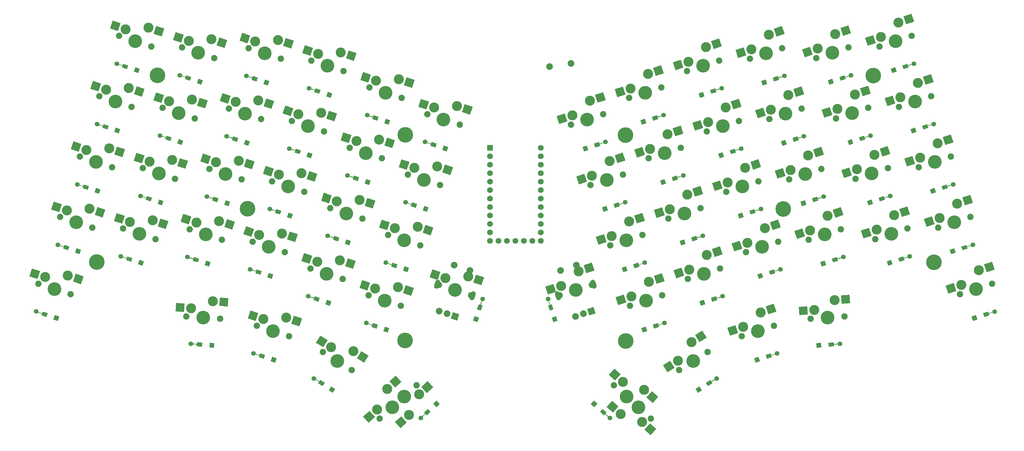
<source format=gbs>
G04 #@! TF.GenerationSoftware,KiCad,Pcbnew,(6.0.2-0)*
G04 #@! TF.CreationDate,2022-02-19T09:02:28+00:00*
G04 #@! TF.ProjectId,atreyu-pcb2,61747265-7975-42d7-9063-62322e6b6963,rev?*
G04 #@! TF.SameCoordinates,Original*
G04 #@! TF.FileFunction,Soldermask,Bot*
G04 #@! TF.FilePolarity,Negative*
%FSLAX46Y46*%
G04 Gerber Fmt 4.6, Leading zero omitted, Abs format (unit mm)*
G04 Created by KiCad (PCBNEW (6.0.2-0)) date 2022-02-19 09:02:28*
%MOMM*%
%LPD*%
G01*
G04 APERTURE LIST*
%ADD10C,1.900000*%
%ADD11C,3.000000*%
%ADD12C,4.100000*%
%ADD13C,1.400000*%
%ADD14R,1.752600X1.752600*%
%ADD15C,1.752600*%
%ADD16C,4.700000*%
%ADD17C,2.000000*%
G04 APERTURE END LIST*
D10*
X156035123Y-156321521D03*
D11*
X156573071Y-150667442D03*
D10*
X147418955Y-150937541D03*
D12*
X151727039Y-153629531D03*
D11*
X149841971Y-149456496D03*
G36*
X148808273Y-147336598D02*
G01*
X147483475Y-149456718D01*
X145320953Y-148105424D01*
X146645751Y-145985304D01*
X148808273Y-147336598D01*
G37*
G36*
X161116986Y-152032822D02*
G01*
X159792188Y-154152942D01*
X157629666Y-152801648D01*
X158954464Y-150681528D01*
X161116986Y-152032822D01*
G37*
G36*
X277178703Y-154124510D02*
G01*
X276746080Y-152793031D01*
X278077559Y-152360408D01*
X278510182Y-153691887D01*
X277178703Y-154124510D01*
G37*
G36*
X281796128Y-151993340D02*
G01*
X281734325Y-151803129D01*
X283256016Y-151308702D01*
X283317819Y-151498913D01*
X281796128Y-151993340D01*
G37*
D13*
X283667340Y-151280201D03*
G36*
X280571605Y-152916944D02*
G01*
X280200785Y-151775676D01*
X281722475Y-151281248D01*
X282093295Y-152422516D01*
X280571605Y-152916944D01*
G37*
G36*
X184985510Y-89373238D02*
G01*
X184552887Y-90704717D01*
X183221408Y-90272094D01*
X183654031Y-88940615D01*
X184985510Y-89373238D01*
G37*
G36*
X181530805Y-88355883D02*
G01*
X181159985Y-89497151D01*
X179638295Y-89002723D01*
X180009115Y-87861455D01*
X181530805Y-88355883D01*
G37*
G36*
X179997265Y-88383336D02*
G01*
X179935462Y-88573547D01*
X178413771Y-88079120D01*
X178475574Y-87888909D01*
X179997265Y-88383336D01*
G37*
X178064250Y-87860408D03*
D12*
X137000906Y-101225891D03*
D11*
X140986396Y-97179427D03*
D10*
X132169539Y-99656085D03*
D11*
X134162284Y-97632853D03*
D10*
X141832273Y-102795697D03*
G36*
X132646442Y-95825998D02*
G01*
X131873900Y-98203639D01*
X129448706Y-97415646D01*
X130221248Y-95038005D01*
X132646442Y-95825998D01*
G37*
G36*
X145725652Y-97404977D02*
G01*
X144953110Y-99782618D01*
X142527916Y-98994625D01*
X143300458Y-96616984D01*
X145725652Y-97404977D01*
G37*
G36*
X243103634Y-82644400D02*
G01*
X242671011Y-81312921D01*
X244002490Y-80880298D01*
X244435113Y-82211777D01*
X243103634Y-82644400D01*
G37*
G36*
X247721059Y-80513230D02*
G01*
X247659256Y-80323019D01*
X249180947Y-79828592D01*
X249242750Y-80018803D01*
X247721059Y-80513230D01*
G37*
D13*
X249592271Y-79800091D03*
G36*
X246496536Y-81436834D02*
G01*
X246125716Y-80295566D01*
X247647406Y-79801138D01*
X248018226Y-80942406D01*
X246496536Y-81436834D01*
G37*
G36*
X151076986Y-161982270D02*
G01*
X150335099Y-163169537D01*
X149147832Y-162427650D01*
X149889719Y-161240383D01*
X151076986Y-161982270D01*
G37*
G36*
X146476391Y-159815007D02*
G01*
X146370408Y-159984616D01*
X145013531Y-159136745D01*
X145119514Y-158967136D01*
X146476391Y-159815007D01*
G37*
G36*
X147971021Y-160159366D02*
G01*
X147335118Y-161177023D01*
X145978241Y-160329152D01*
X146614144Y-159311495D01*
X147971021Y-160159366D01*
G37*
X144727304Y-158839973D03*
D11*
X307622159Y-96065555D03*
D12*
X312030587Y-97303884D03*
D10*
X316861954Y-95734078D03*
D11*
X312876464Y-91687614D03*
D10*
X307199220Y-98873690D03*
G36*
X305333774Y-95494769D02*
G01*
X306106316Y-97872410D01*
X303681122Y-98660403D01*
X302908580Y-96282762D01*
X305333774Y-95494769D01*
G37*
G36*
X316843179Y-89084423D02*
G01*
X317615721Y-91462064D01*
X315190527Y-92250057D01*
X314417985Y-89872416D01*
X316843179Y-89084423D01*
G37*
D11*
X129566373Y-141034254D03*
D12*
X132404995Y-144627292D03*
D10*
X127573628Y-143057486D03*
D11*
X136390485Y-140580828D03*
D10*
X137236362Y-146197098D03*
G36*
X128050531Y-139227399D02*
G01*
X127277989Y-141605040D01*
X124852795Y-140817047D01*
X125625337Y-138439406D01*
X128050531Y-139227399D01*
G37*
G36*
X141129741Y-140806378D02*
G01*
X140357199Y-143184019D01*
X137932005Y-142396026D01*
X138704547Y-140018385D01*
X141129741Y-140806378D01*
G37*
D14*
X197502560Y-89601494D03*
D15*
X197502560Y-92141494D03*
X197502560Y-94681494D03*
X197502560Y-97221494D03*
X197502560Y-99761494D03*
X197502560Y-102301494D03*
X197502560Y-104841494D03*
X197502560Y-107381494D03*
X197502560Y-109921494D03*
X197502560Y-112461494D03*
X197502560Y-115001494D03*
X197502560Y-117541494D03*
X212742560Y-117541494D03*
X212742560Y-115001494D03*
X212742560Y-112461494D03*
X212742560Y-109921494D03*
X212742560Y-107381494D03*
X212742560Y-104841494D03*
X212742560Y-102301494D03*
X212742560Y-99761494D03*
X212742560Y-97221494D03*
X212742560Y-94681494D03*
X212742560Y-92141494D03*
X212742560Y-89601494D03*
X200042560Y-117541494D03*
X202582560Y-117541494D03*
X205122560Y-117541494D03*
X207662560Y-117541494D03*
X210202560Y-117541494D03*
D12*
X92328646Y-115421169D03*
D10*
X97160013Y-116990975D03*
D11*
X96314136Y-111374705D03*
D10*
X87497279Y-113851363D03*
D11*
X89490024Y-111828131D03*
G36*
X87974182Y-110021276D02*
G01*
X87201640Y-112398917D01*
X84776446Y-111610924D01*
X85548988Y-109233283D01*
X87974182Y-110021276D01*
G37*
G36*
X101053392Y-111600255D02*
G01*
X100280850Y-113977896D01*
X97855656Y-113189903D01*
X98628198Y-110812262D01*
X101053392Y-111600255D01*
G37*
D10*
X248890818Y-71481720D03*
D11*
X239651023Y-71813197D03*
X244905328Y-67435256D03*
D10*
X239228084Y-74621332D03*
D12*
X244059451Y-73051526D03*
G36*
X237362638Y-71242411D02*
G01*
X238135180Y-73620052D01*
X235709986Y-74408045D01*
X234937444Y-72030404D01*
X237362638Y-71242411D01*
G37*
G36*
X248872043Y-64832065D02*
G01*
X249644585Y-67209706D01*
X247219391Y-67997699D01*
X246446849Y-65620058D01*
X248872043Y-64832065D01*
G37*
D10*
X218417701Y-133862567D03*
D11*
X224094945Y-126676491D03*
D12*
X223249068Y-132292761D03*
D10*
X228080435Y-130722955D03*
D11*
X218840640Y-131054432D03*
G36*
X216552255Y-130483646D02*
G01*
X217324797Y-132861287D01*
X214899603Y-133649280D01*
X214127061Y-131271639D01*
X216552255Y-130483646D01*
G37*
G36*
X228061660Y-124073300D02*
G01*
X228834202Y-126450941D01*
X226409008Y-127238934D01*
X225636466Y-124861293D01*
X228061660Y-124073300D01*
G37*
D16*
X312504521Y-67938959D03*
G36*
X227778450Y-166520131D02*
G01*
X228715233Y-165479728D01*
X229755636Y-166416511D01*
X228818853Y-167456914D01*
X227778450Y-166520131D01*
G37*
G36*
X230520685Y-168854686D02*
G01*
X231323642Y-167962913D01*
X232512673Y-169033522D01*
X231709716Y-169925295D01*
X230520685Y-168854686D01*
G37*
D13*
X233486013Y-170717300D03*
G36*
X231932810Y-169453354D02*
G01*
X232066636Y-169304725D01*
X233255668Y-170375334D01*
X233121842Y-170523963D01*
X231932810Y-169453354D01*
G37*
D11*
X109451472Y-112037820D03*
D10*
X107458727Y-114061052D03*
D11*
X116275584Y-111584394D03*
D10*
X117121461Y-117200664D03*
D12*
X112290094Y-115630858D03*
G36*
X107935630Y-110230965D02*
G01*
X107163088Y-112608606D01*
X104737894Y-111820613D01*
X105510436Y-109442972D01*
X107935630Y-110230965D01*
G37*
G36*
X121014840Y-111809944D02*
G01*
X120242298Y-114187585D01*
X117817104Y-113399592D01*
X118589646Y-111021951D01*
X121014840Y-111809944D01*
G37*
G36*
X133499039Y-152793029D02*
G01*
X133066416Y-154124508D01*
X131734937Y-153691885D01*
X132167560Y-152360406D01*
X133499039Y-152793029D01*
G37*
D13*
X126577779Y-151280199D03*
G36*
X130044334Y-151775674D02*
G01*
X129673514Y-152916942D01*
X128151824Y-152422514D01*
X128522644Y-151281246D01*
X130044334Y-151775674D01*
G37*
G36*
X128510794Y-151803127D02*
G01*
X128448991Y-151993338D01*
X126927300Y-151498911D01*
X126989103Y-151308700D01*
X128510794Y-151803127D01*
G37*
D12*
X129950414Y-61277979D03*
D11*
X133935904Y-57231515D03*
X127111792Y-57684941D03*
D10*
X125119047Y-59708173D03*
X134781781Y-62847785D03*
G36*
X125595950Y-55878086D02*
G01*
X124823408Y-58255727D01*
X122398214Y-57467734D01*
X123170756Y-55090093D01*
X125595950Y-55878086D01*
G37*
G36*
X138675160Y-57457065D02*
G01*
X137902618Y-59834706D01*
X135477424Y-59046713D01*
X136249966Y-56669072D01*
X138675160Y-57457065D01*
G37*
D16*
X330704465Y-123952619D03*
G36*
X111376710Y-69329455D02*
G01*
X110944087Y-70660934D01*
X109612608Y-70228311D01*
X110045231Y-68896832D01*
X111376710Y-69329455D01*
G37*
G36*
X106388465Y-68339553D02*
G01*
X106326662Y-68529764D01*
X104804971Y-68035337D01*
X104866774Y-67845126D01*
X106388465Y-68339553D01*
G37*
G36*
X107922005Y-68312100D02*
G01*
X107551185Y-69453368D01*
X106029495Y-68958940D01*
X106400315Y-67817672D01*
X107922005Y-68312100D01*
G37*
D13*
X104455450Y-67816625D03*
G36*
X225692419Y-90705287D02*
G01*
X225259796Y-89373808D01*
X226591275Y-88941185D01*
X227023898Y-90272664D01*
X225692419Y-90705287D01*
G37*
G36*
X230309844Y-88574117D02*
G01*
X230248041Y-88383906D01*
X231769732Y-87889479D01*
X231831535Y-88079690D01*
X230309844Y-88574117D01*
G37*
G36*
X229085321Y-89497721D02*
G01*
X228714501Y-88356453D01*
X230236191Y-87862025D01*
X230607011Y-89003293D01*
X229085321Y-89497721D01*
G37*
X232181056Y-87860978D03*
D11*
X76474264Y-90239414D03*
D12*
X79312886Y-93832452D03*
D10*
X84144253Y-95402258D03*
X74481519Y-92262646D03*
D11*
X83298376Y-89785988D03*
G36*
X74958422Y-88432559D02*
G01*
X74185880Y-90810200D01*
X71760686Y-90022207D01*
X72533228Y-87644566D01*
X74958422Y-88432559D01*
G37*
G36*
X88037632Y-90011538D02*
G01*
X87265090Y-92389179D01*
X84839896Y-91601186D01*
X85612438Y-89223545D01*
X88037632Y-90011538D01*
G37*
G36*
X260763952Y-136997280D02*
G01*
X260331329Y-135665801D01*
X261662808Y-135233178D01*
X262095431Y-136564657D01*
X260763952Y-136997280D01*
G37*
G36*
X265381377Y-134866110D02*
G01*
X265319574Y-134675899D01*
X266841265Y-134181472D01*
X266903068Y-134371683D01*
X265381377Y-134866110D01*
G37*
G36*
X264156854Y-135789714D02*
G01*
X263786034Y-134648446D01*
X265307724Y-134154018D01*
X265678544Y-135295286D01*
X264156854Y-135789714D01*
G37*
D13*
X267252589Y-134152971D03*
G36*
X243352738Y-145058168D02*
G01*
X242920115Y-143726689D01*
X244251594Y-143294066D01*
X244684217Y-144625545D01*
X243352738Y-145058168D01*
G37*
G36*
X246745640Y-143850602D02*
G01*
X246374820Y-142709334D01*
X247896510Y-142214906D01*
X248267330Y-143356174D01*
X246745640Y-143850602D01*
G37*
G36*
X247970163Y-142926998D02*
G01*
X247908360Y-142736787D01*
X249430051Y-142242360D01*
X249491854Y-142432571D01*
X247970163Y-142926998D01*
G37*
X249841375Y-142213859D03*
G36*
X316962240Y-125014156D02*
G01*
X316529617Y-123682677D01*
X317861096Y-123250054D01*
X318293719Y-124581533D01*
X316962240Y-125014156D01*
G37*
G36*
X320355142Y-123806590D02*
G01*
X319984322Y-122665322D01*
X321506012Y-122170894D01*
X321876832Y-123312162D01*
X320355142Y-123806590D01*
G37*
G36*
X321579665Y-122882986D02*
G01*
X321517862Y-122692775D01*
X323039553Y-122198348D01*
X323101356Y-122388559D01*
X321579665Y-122882986D01*
G37*
X323450877Y-122169847D03*
D11*
X318763238Y-109805240D03*
X313508933Y-114183181D03*
D10*
X313085994Y-116991316D03*
X322748728Y-113851704D03*
D12*
X317917361Y-115421510D03*
G36*
X311220548Y-113612395D02*
G01*
X311993090Y-115990036D01*
X309567896Y-116778029D01*
X308795354Y-114400388D01*
X311220548Y-113612395D01*
G37*
G36*
X322729953Y-107202049D02*
G01*
X323502495Y-109579690D01*
X321077301Y-110367683D01*
X320304759Y-107990042D01*
X322729953Y-107202049D01*
G37*
G36*
X144276122Y-91369658D02*
G01*
X143843499Y-92701137D01*
X142512020Y-92268514D01*
X142944643Y-90937035D01*
X144276122Y-91369658D01*
G37*
G36*
X139287877Y-90379756D02*
G01*
X139226074Y-90569967D01*
X137704383Y-90075540D01*
X137766186Y-89885329D01*
X139287877Y-90379756D01*
G37*
G36*
X140821417Y-90352303D02*
G01*
X140450597Y-91493571D01*
X138928907Y-90999143D01*
X139299727Y-89857875D01*
X140821417Y-90352303D01*
G37*
D13*
X137354862Y-89856828D03*
D11*
X268835786Y-99987561D03*
X274090091Y-95609620D03*
D10*
X278075581Y-99656084D03*
X268412847Y-102795696D03*
D12*
X273244214Y-101225890D03*
G36*
X266547401Y-99416775D02*
G01*
X267319943Y-101794416D01*
X264894749Y-102582409D01*
X264122207Y-100204768D01*
X266547401Y-99416775D01*
G37*
G36*
X278056806Y-93006429D02*
G01*
X278829348Y-95384070D01*
X276404154Y-96172063D01*
X275631612Y-93794422D01*
X278056806Y-93006429D01*
G37*
D11*
X298800906Y-110014588D03*
D12*
X297955029Y-115630858D03*
D10*
X293123662Y-117200664D03*
X302786396Y-114061052D03*
D11*
X293546601Y-114392529D03*
G36*
X291258216Y-113821743D02*
G01*
X292030758Y-116199384D01*
X289605564Y-116987377D01*
X288833022Y-114609736D01*
X291258216Y-113821743D01*
G37*
G36*
X302767621Y-107411397D02*
G01*
X303540163Y-109789038D01*
X301114969Y-110577031D01*
X300342427Y-108199390D01*
X302767621Y-107411397D01*
G37*
G36*
X119565312Y-105774627D02*
G01*
X119132689Y-107106106D01*
X117801210Y-106673483D01*
X118233833Y-105342004D01*
X119565312Y-105774627D01*
G37*
G36*
X116110607Y-104757272D02*
G01*
X115739787Y-105898540D01*
X114218097Y-105404112D01*
X114588917Y-104262844D01*
X116110607Y-104757272D01*
G37*
D13*
X112644052Y-104261797D03*
G36*
X114577067Y-104784725D02*
G01*
X114515264Y-104974936D01*
X112993573Y-104480509D01*
X113055376Y-104290298D01*
X114577067Y-104784725D01*
G37*
D12*
X165935039Y-135464799D03*
D10*
X170766406Y-137034605D03*
D11*
X169920529Y-131418335D03*
D10*
X161103672Y-133894993D03*
D11*
X163096417Y-131871761D03*
G36*
X161580575Y-130064906D02*
G01*
X160808033Y-132442547D01*
X158382839Y-131654554D01*
X159155381Y-129276913D01*
X161580575Y-130064906D01*
G37*
G36*
X174659785Y-131643885D02*
G01*
X173887243Y-134021526D01*
X171462049Y-133233533D01*
X172234591Y-130855892D01*
X174659785Y-131643885D01*
G37*
D10*
X320214974Y-77284973D03*
X329877708Y-74145361D03*
D11*
X320637913Y-74476838D03*
X325892218Y-70098897D03*
D12*
X325046341Y-75715167D03*
G36*
X318349528Y-73906052D02*
G01*
X319122070Y-76283693D01*
X316696876Y-77071686D01*
X315924334Y-74694045D01*
X318349528Y-73906052D01*
G37*
G36*
X329858933Y-67495706D02*
G01*
X330631475Y-69873347D01*
X328206281Y-70661340D01*
X327433739Y-68283699D01*
X329858933Y-67495706D01*
G37*
G36*
X86587406Y-83975991D02*
G01*
X86154783Y-85307470D01*
X84823304Y-84874847D01*
X85255927Y-83543368D01*
X86587406Y-83975991D01*
G37*
G36*
X83132701Y-82958636D02*
G01*
X82761881Y-84099904D01*
X81240191Y-83605476D01*
X81611011Y-82464208D01*
X83132701Y-82958636D01*
G37*
G36*
X81599161Y-82986089D02*
G01*
X81537358Y-83176300D01*
X80015667Y-82681873D01*
X80077470Y-82491662D01*
X81599161Y-82986089D01*
G37*
D13*
X79666146Y-82463161D03*
D12*
X292068252Y-97513232D03*
D10*
X296899619Y-95943426D03*
D11*
X287659824Y-96274903D03*
D10*
X287236885Y-99083038D03*
D11*
X292914129Y-91896962D03*
G36*
X285371439Y-95704117D02*
G01*
X286143981Y-98081758D01*
X283718787Y-98869751D01*
X282946245Y-96492110D01*
X285371439Y-95704117D01*
G37*
G36*
X296880844Y-89293771D02*
G01*
X297653386Y-91671412D01*
X295228192Y-92459405D01*
X294455650Y-90081764D01*
X296880844Y-89293771D01*
G37*
X251424572Y-108048448D03*
D12*
X255833000Y-109286777D03*
D10*
X251001633Y-110856583D03*
X260664367Y-107716971D03*
D11*
X256678877Y-103670507D03*
G36*
X249136187Y-107477662D02*
G01*
X249908729Y-109855303D01*
X247483535Y-110643296D01*
X246710993Y-108265655D01*
X249136187Y-107477662D01*
G37*
G36*
X260645592Y-101067316D02*
G01*
X261418134Y-103444957D01*
X258992940Y-104232950D01*
X258220398Y-101855309D01*
X260645592Y-101067316D01*
G37*
G36*
X237465963Y-126940541D02*
G01*
X237033340Y-125609062D01*
X238364819Y-125176439D01*
X238797442Y-126507918D01*
X237465963Y-126940541D01*
G37*
G36*
X240858865Y-125732975D02*
G01*
X240488045Y-124591707D01*
X242009735Y-124097279D01*
X242380555Y-125238547D01*
X240858865Y-125732975D01*
G37*
G36*
X242083388Y-124809371D02*
G01*
X242021585Y-124619160D01*
X243543276Y-124124733D01*
X243605079Y-124314944D01*
X242083388Y-124809371D01*
G37*
D13*
X243954600Y-124096232D03*
G36*
X329977297Y-103425667D02*
G01*
X329544674Y-102094188D01*
X330876153Y-101661565D01*
X331308776Y-102993044D01*
X329977297Y-103425667D01*
G37*
G36*
X334594722Y-101294497D02*
G01*
X334532919Y-101104286D01*
X336054610Y-100609859D01*
X336116413Y-100800070D01*
X334594722Y-101294497D01*
G37*
G36*
X333370199Y-102218101D02*
G01*
X332999379Y-101076833D01*
X334521069Y-100582405D01*
X334891889Y-101723673D01*
X333370199Y-102218101D01*
G37*
X336465934Y-100581358D03*
G36*
X149913790Y-135665797D02*
G01*
X149481167Y-136997276D01*
X148149688Y-136564653D01*
X148582311Y-135233174D01*
X149913790Y-135665797D01*
G37*
G36*
X144925545Y-134675895D02*
G01*
X144863742Y-134866106D01*
X143342051Y-134371679D01*
X143403854Y-134181468D01*
X144925545Y-134675895D01*
G37*
X142992530Y-134152967D03*
G36*
X146459085Y-134648442D02*
G01*
X146088265Y-135789710D01*
X144566575Y-135295282D01*
X144937395Y-134154014D01*
X146459085Y-134648442D01*
G37*
D16*
X238189307Y-85808627D03*
G36*
X132502574Y-127604911D02*
G01*
X132069951Y-128936390D01*
X130738472Y-128503767D01*
X131171095Y-127172288D01*
X132502574Y-127604911D01*
G37*
G36*
X127514329Y-126615009D02*
G01*
X127452526Y-126805220D01*
X125930835Y-126310793D01*
X125992638Y-126120582D01*
X127514329Y-126615009D01*
G37*
G36*
X129047869Y-126587556D02*
G01*
X128677049Y-127728824D01*
X127155359Y-127234396D01*
X127526179Y-126093128D01*
X129047869Y-126587556D01*
G37*
D13*
X125581314Y-126092081D03*
G36*
X248990403Y-100762025D02*
G01*
X248557780Y-99430546D01*
X249889259Y-98997923D01*
X250321882Y-100329402D01*
X248990403Y-100762025D01*
G37*
G36*
X252383305Y-99554459D02*
G01*
X252012485Y-98413191D01*
X253534175Y-97918763D01*
X253904995Y-99060031D01*
X252383305Y-99554459D01*
G37*
X255479040Y-97917716D03*
G36*
X253607828Y-98630855D02*
G01*
X253546025Y-98440644D01*
X255067716Y-97946217D01*
X255129519Y-98136428D01*
X253607828Y-98630855D01*
G37*
D16*
X285462261Y-108005630D03*
D12*
X249946226Y-91169151D03*
D10*
X254777593Y-89599345D03*
D11*
X245537798Y-89930822D03*
D10*
X245114859Y-92738957D03*
D11*
X250792103Y-85552881D03*
G36*
X243249413Y-89360036D02*
G01*
X244021955Y-91737677D01*
X241596761Y-92525670D01*
X240824219Y-90148029D01*
X243249413Y-89360036D01*
G37*
G36*
X254758818Y-82949690D02*
G01*
X255531360Y-85327331D01*
X253106166Y-86115324D01*
X252333624Y-83737683D01*
X254758818Y-82949690D01*
G37*
X135099620Y-115297053D03*
D10*
X135945497Y-120913323D03*
D11*
X128275508Y-115750479D03*
D10*
X126282763Y-117773711D03*
D12*
X131114130Y-119343517D03*
G36*
X126759666Y-113943624D02*
G01*
X125987124Y-116321265D01*
X123561930Y-115533272D01*
X124334472Y-113155631D01*
X126759666Y-113943624D01*
G37*
G36*
X139838876Y-115522603D02*
G01*
X139066334Y-117900244D01*
X136641140Y-117112251D01*
X137413682Y-114734610D01*
X139838876Y-115522603D01*
G37*
D11*
X301735384Y-77947928D03*
D10*
X310975179Y-77616451D03*
X301312445Y-80756063D03*
D11*
X306989689Y-73569987D03*
D12*
X306143812Y-79186257D03*
G36*
X299446999Y-77377142D02*
G01*
X300219541Y-79754783D01*
X297794347Y-80542776D01*
X297021805Y-78165135D01*
X299446999Y-77377142D01*
G37*
G36*
X310956404Y-70966796D02*
G01*
X311728946Y-73344437D01*
X309303752Y-74132430D01*
X308531210Y-71754789D01*
X310956404Y-70966796D01*
G37*
D11*
X314751141Y-56359211D03*
D12*
X319159569Y-57597540D03*
D11*
X320005446Y-51981270D03*
D10*
X314328202Y-59167346D03*
X323990936Y-56027734D03*
G36*
X312462756Y-55788425D02*
G01*
X313235298Y-58166066D01*
X310810104Y-58954059D01*
X310037562Y-56576418D01*
X312462756Y-55788425D01*
G37*
G36*
X323972161Y-49378079D02*
G01*
X324744703Y-51755720D01*
X322319509Y-52543713D01*
X321546967Y-50166072D01*
X323972161Y-49378079D01*
G37*
D11*
X275886277Y-60039649D03*
X281140582Y-55661708D03*
D10*
X275463338Y-62847784D03*
D12*
X280294705Y-61277978D03*
D10*
X285126072Y-59708172D03*
G36*
X273597892Y-59468863D02*
G01*
X274370434Y-61846504D01*
X271945240Y-62634497D01*
X271172698Y-60256856D01*
X273597892Y-59468863D01*
G37*
G36*
X285107297Y-53058517D02*
G01*
X285879839Y-55436158D01*
X283454645Y-56224151D01*
X282682103Y-53846510D01*
X285107297Y-53058517D01*
G37*
D17*
X221841020Y-64309882D03*
X215404278Y-65214508D03*
D11*
X326524689Y-92594463D03*
D10*
X326101750Y-95402598D03*
X335764484Y-92262986D03*
D11*
X331778994Y-88216522D03*
D12*
X330933117Y-93832792D03*
G36*
X324236304Y-92023677D02*
G01*
X325008846Y-94401318D01*
X322583652Y-95189311D01*
X321811110Y-92811670D01*
X324236304Y-92023677D01*
G37*
G36*
X335745709Y-85613331D02*
G01*
X336518251Y-87990972D01*
X334093057Y-88778965D01*
X333320515Y-86401324D01*
X335745709Y-85613331D01*
G37*
D11*
X281773051Y-78157275D03*
X287027356Y-73779334D03*
D10*
X281350112Y-80965410D03*
X291012846Y-77825798D03*
D12*
X286181479Y-79395604D03*
G36*
X279484666Y-77586489D02*
G01*
X280257208Y-79964130D01*
X277832014Y-80752123D01*
X277059472Y-78374482D01*
X279484666Y-77586489D01*
G37*
G36*
X290994071Y-71176143D02*
G01*
X291766613Y-73553784D01*
X289341419Y-74341777D01*
X288568877Y-71964136D01*
X290994071Y-71176143D01*
G37*
G36*
X295517231Y-149640965D02*
G01*
X295419572Y-148244376D01*
X296816161Y-148146717D01*
X296913820Y-149543306D01*
X295517231Y-149640965D01*
G37*
D13*
X302501228Y-148450887D03*
G36*
X300513075Y-148690157D02*
G01*
X300499124Y-148490644D01*
X302095227Y-148379033D01*
X302109178Y-148578546D01*
X300513075Y-148690157D01*
G37*
G36*
X299101486Y-149290086D02*
G01*
X299017778Y-148093009D01*
X300613880Y-147981398D01*
X300697588Y-149178475D01*
X299101486Y-149290086D01*
G37*
G36*
X150162898Y-73252031D02*
G01*
X149730275Y-74583510D01*
X148398796Y-74150887D01*
X148831419Y-72819408D01*
X150162898Y-73252031D01*
G37*
X143241638Y-71739201D03*
G36*
X145174653Y-72262129D02*
G01*
X145112850Y-72452340D01*
X143591159Y-71957913D01*
X143652962Y-71767702D01*
X145174653Y-72262129D01*
G37*
G36*
X146708193Y-72234676D02*
G01*
X146337373Y-73375944D01*
X144815683Y-72881516D01*
X145186503Y-71740248D01*
X146708193Y-72234676D01*
G37*
G36*
X217789465Y-141479502D02*
G01*
X216457986Y-141912125D01*
X216025363Y-140580646D01*
X217356842Y-140148023D01*
X217789465Y-141479502D01*
G37*
G36*
X216581899Y-138086600D02*
G01*
X215440631Y-138457420D01*
X214946203Y-136935730D01*
X216087471Y-136564910D01*
X216581899Y-138086600D01*
G37*
X214945156Y-134990865D03*
G36*
X215658295Y-136862077D02*
G01*
X215468084Y-136923880D01*
X214973657Y-135402189D01*
X215163868Y-135340386D01*
X215658295Y-136862077D01*
G37*
D10*
X155467527Y-89599346D03*
D12*
X160298894Y-91169152D03*
D11*
X157460272Y-87576114D03*
D10*
X165130261Y-92738958D03*
D11*
X164284384Y-87122688D03*
G36*
X155944430Y-85769259D02*
G01*
X155171888Y-88146900D01*
X152746694Y-87358907D01*
X153519236Y-84981266D01*
X155944430Y-85769259D01*
G37*
G36*
X169023640Y-87348238D02*
G01*
X168251098Y-89725879D01*
X165825904Y-88937886D01*
X166598446Y-86560245D01*
X169023640Y-87348238D01*
G37*
D10*
X71740565Y-133569335D03*
D11*
X70894688Y-127953065D03*
D12*
X66909198Y-131999529D03*
D10*
X62077831Y-130429723D03*
D11*
X64070576Y-128406491D03*
G36*
X62554734Y-126599636D02*
G01*
X61782192Y-128977277D01*
X59356998Y-128189284D01*
X60129540Y-125811643D01*
X62554734Y-126599636D01*
G37*
G36*
X75633944Y-128178615D02*
G01*
X74861402Y-130556256D01*
X72436208Y-129768263D01*
X73208750Y-127390622D01*
X75633944Y-128178615D01*
G37*
X257980132Y-147975454D03*
D10*
X254209996Y-156321523D03*
X262826164Y-150937543D03*
D11*
X253941022Y-153494483D03*
D12*
X258518080Y-153629533D03*
G36*
X251582526Y-153494262D02*
G01*
X252907324Y-155614382D01*
X250744802Y-156965676D01*
X249420004Y-154845556D01*
X251582526Y-153494262D01*
G37*
G36*
X261199249Y-144489953D02*
G01*
X262524047Y-146610073D01*
X260361525Y-147961367D01*
X259036727Y-145841247D01*
X261199249Y-144489953D01*
G37*
X232536534Y-99229545D03*
D10*
X227705167Y-100799351D03*
X237367901Y-97659739D03*
D11*
X228128106Y-97991216D03*
X233382411Y-93613275D03*
G36*
X225839721Y-97420430D02*
G01*
X226612263Y-99798071D01*
X224187069Y-100586064D01*
X223414527Y-98208423D01*
X225839721Y-97420430D01*
G37*
G36*
X237349126Y-91010084D02*
G01*
X238121668Y-93387725D01*
X235696474Y-94175718D01*
X234923932Y-91798077D01*
X237349126Y-91010084D01*
G37*
D12*
X261719773Y-127404406D03*
D11*
X257311345Y-126166077D03*
D10*
X266551140Y-125834600D03*
D11*
X262565650Y-121788136D03*
D10*
X256888406Y-128974212D03*
G36*
X255022960Y-125595291D02*
G01*
X255795502Y-127972932D01*
X253370308Y-128760925D01*
X252597766Y-126383284D01*
X255022960Y-125595291D01*
G37*
G36*
X266532365Y-119184945D02*
G01*
X267304907Y-121562586D01*
X264879713Y-122350579D01*
X264107171Y-119972938D01*
X266532365Y-119184945D01*
G37*
G36*
X324090523Y-85308039D02*
G01*
X323657900Y-83976560D01*
X324989379Y-83543937D01*
X325422002Y-84875416D01*
X324090523Y-85308039D01*
G37*
D13*
X330579160Y-82463730D03*
G36*
X328707948Y-83176869D02*
G01*
X328646145Y-82986658D01*
X330167836Y-82492231D01*
X330229639Y-82682442D01*
X328707948Y-83176869D01*
G37*
G36*
X327483425Y-84100473D02*
G01*
X327112605Y-82959205D01*
X328634295Y-82464777D01*
X329005115Y-83606045D01*
X327483425Y-84100473D01*
G37*
D10*
X242275176Y-167693797D03*
X234724824Y-160895431D03*
D11*
X243786771Y-162219030D03*
D12*
X238500000Y-164294614D03*
D11*
X237368210Y-159857639D03*
G36*
X236718334Y-157590446D02*
G01*
X235045507Y-159448309D01*
X233150488Y-157742026D01*
X234823315Y-155884163D01*
X236718334Y-157590446D01*
G37*
G36*
X248024559Y-164352709D02*
G01*
X246351732Y-166210572D01*
X244456713Y-164504289D01*
X246129540Y-162646426D01*
X248024559Y-164352709D01*
G37*
G36*
X93716390Y-123682335D02*
G01*
X93283767Y-125013814D01*
X91952288Y-124581191D01*
X92384911Y-123249712D01*
X93716390Y-123682335D01*
G37*
G36*
X88728145Y-122692433D02*
G01*
X88666342Y-122882644D01*
X87144651Y-122388217D01*
X87206454Y-122198006D01*
X88728145Y-122692433D01*
G37*
G36*
X90261685Y-122664980D02*
G01*
X89890865Y-123806248D01*
X88369175Y-123311820D01*
X88739995Y-122170552D01*
X90261685Y-122664980D01*
G37*
D13*
X86795130Y-122169505D03*
G36*
X291112433Y-107106104D02*
G01*
X290679810Y-105774625D01*
X292011289Y-105342002D01*
X292443912Y-106673481D01*
X291112433Y-107106104D01*
G37*
G36*
X295729858Y-104974934D02*
G01*
X295668055Y-104784723D01*
X297189746Y-104290296D01*
X297251549Y-104480507D01*
X295729858Y-104974934D01*
G37*
X297601070Y-104261795D03*
G36*
X294505335Y-105898538D02*
G01*
X294134515Y-104757270D01*
X295656205Y-104262842D01*
X296027025Y-105404110D01*
X294505335Y-105898538D01*
G37*
G36*
X181530587Y-165479958D02*
G01*
X182467370Y-166520361D01*
X181426967Y-167457144D01*
X180490184Y-166416741D01*
X181530587Y-165479958D01*
G37*
G36*
X178179184Y-169304955D02*
G01*
X178313010Y-169453584D01*
X177123978Y-170524193D01*
X176990152Y-170375564D01*
X178179184Y-169304955D01*
G37*
G36*
X178922178Y-167963143D02*
G01*
X179725135Y-168854916D01*
X178536104Y-169925525D01*
X177733147Y-169033752D01*
X178922178Y-167963143D01*
G37*
X176759807Y-170717530D03*
G36*
X167574110Y-81312920D02*
G01*
X167141487Y-82644399D01*
X165810008Y-82211776D01*
X166242631Y-80880297D01*
X167574110Y-81312920D01*
G37*
X160652850Y-79800090D03*
G36*
X164119405Y-80295565D02*
G01*
X163748585Y-81436833D01*
X162226895Y-80942405D01*
X162597715Y-79801137D01*
X164119405Y-80295565D01*
G37*
G36*
X162585865Y-80323018D02*
G01*
X162524062Y-80513229D01*
X161002371Y-80018802D01*
X161064174Y-79828591D01*
X162585865Y-80323018D01*
G37*
D11*
X140049057Y-79515226D03*
D10*
X138056312Y-81538458D03*
X147719046Y-84678070D03*
D12*
X142887679Y-83108264D03*
D11*
X146873169Y-79061800D03*
G36*
X138533215Y-77708371D02*
G01*
X137760673Y-80086012D01*
X135335479Y-79298019D01*
X136108021Y-76920378D01*
X138533215Y-77708371D01*
G37*
G36*
X151612425Y-79287350D02*
G01*
X150839883Y-81664991D01*
X148414689Y-80876998D01*
X149187231Y-78499357D01*
X151612425Y-79287350D01*
G37*
D10*
X182539952Y-100799353D03*
D12*
X177708585Y-99229547D03*
D11*
X181694075Y-95183083D03*
D10*
X172877218Y-97659741D03*
D11*
X174869963Y-95636509D03*
G36*
X173354121Y-93829654D02*
G01*
X172581579Y-96207295D01*
X170156385Y-95419302D01*
X170928927Y-93041661D01*
X173354121Y-93829654D01*
G37*
G36*
X186433331Y-95408633D02*
G01*
X185660789Y-97786274D01*
X183235595Y-96998281D01*
X184008137Y-94620640D01*
X186433331Y-95408633D01*
G37*
D10*
X221818392Y-82681726D03*
D11*
X222241331Y-79873591D03*
X227495636Y-75495650D03*
D10*
X231481126Y-79542114D03*
D12*
X226649759Y-81111920D03*
G36*
X219952946Y-79302805D02*
G01*
X220725488Y-81680446D01*
X218300294Y-82468439D01*
X217527752Y-80090798D01*
X219952946Y-79302805D01*
G37*
G36*
X231462351Y-72892459D02*
G01*
X232234893Y-75270100D01*
X229809699Y-76058093D01*
X229037157Y-73680452D01*
X231462351Y-72892459D01*
G37*
G36*
X113678537Y-123892251D02*
G01*
X113245914Y-125223730D01*
X111914435Y-124791107D01*
X112347058Y-123459628D01*
X113678537Y-123892251D01*
G37*
D13*
X106757277Y-122379421D03*
G36*
X110223832Y-122874896D02*
G01*
X109853012Y-124016164D01*
X108331322Y-123521736D01*
X108702142Y-122380468D01*
X110223832Y-122874896D01*
G37*
G36*
X108690292Y-122902349D02*
G01*
X108628489Y-123092560D01*
X107106798Y-122598133D01*
X107168601Y-122407922D01*
X108690292Y-122902349D01*
G37*
D11*
X344182687Y-126383603D03*
D10*
X338505443Y-133569679D03*
X348168177Y-130430067D03*
D12*
X343336810Y-131999873D03*
D11*
X338928382Y-130761544D03*
G36*
X336639997Y-130190758D02*
G01*
X337412539Y-132568399D01*
X334987345Y-133356392D01*
X334214803Y-130978751D01*
X336639997Y-130190758D01*
G37*
G36*
X348149402Y-123780412D02*
G01*
X348921944Y-126158053D01*
X346496750Y-126946046D01*
X345724208Y-124568405D01*
X348149402Y-123780412D01*
G37*
D10*
X159243487Y-110856585D03*
X149580753Y-107716973D03*
D12*
X154412120Y-109286779D03*
D11*
X158397610Y-105240315D03*
X151573498Y-105693741D03*
G36*
X150057656Y-103886886D02*
G01*
X149285114Y-106264527D01*
X146859920Y-105476534D01*
X147632462Y-103098893D01*
X150057656Y-103886886D01*
G37*
G36*
X163136866Y-105465865D02*
G01*
X162364324Y-107843506D01*
X159939130Y-107055513D01*
X160711672Y-104677872D01*
X163136866Y-105465865D01*
G37*
G36*
X80700631Y-102093618D02*
G01*
X80268008Y-103425097D01*
X78936529Y-102992474D01*
X79369152Y-101660995D01*
X80700631Y-102093618D01*
G37*
G36*
X75712386Y-101103716D02*
G01*
X75650583Y-101293927D01*
X74128892Y-100799500D01*
X74190695Y-100609289D01*
X75712386Y-101103716D01*
G37*
G36*
X77245926Y-101076263D02*
G01*
X76875106Y-102217531D01*
X75353416Y-101723103D01*
X75724236Y-100581835D01*
X77245926Y-101076263D01*
G37*
D13*
X73779371Y-100580788D03*
G36*
X299301219Y-70661502D02*
G01*
X298868596Y-69330023D01*
X300200075Y-68897400D01*
X300632698Y-70228879D01*
X299301219Y-70661502D01*
G37*
G36*
X302694121Y-69453936D02*
G01*
X302323301Y-68312668D01*
X303844991Y-67818240D01*
X304215811Y-68959508D01*
X302694121Y-69453936D01*
G37*
G36*
X303918644Y-68530332D02*
G01*
X303856841Y-68340121D01*
X305378532Y-67845694D01*
X305440335Y-68035905D01*
X303918644Y-68530332D01*
G37*
X305789856Y-67817193D03*
D10*
X283962353Y-117773711D03*
D11*
X279976863Y-113727247D03*
D10*
X274299619Y-120913323D03*
D11*
X274722558Y-118105188D03*
D12*
X279130986Y-119343517D03*
G36*
X272434173Y-117534402D02*
G01*
X273206715Y-119912043D01*
X270781521Y-120700036D01*
X270008979Y-118322395D01*
X272434173Y-117534402D01*
G37*
G36*
X283943578Y-111124056D02*
G01*
X284716120Y-113501697D01*
X282290926Y-114289690D01*
X281518384Y-111912049D01*
X283943578Y-111124056D01*
G37*
G36*
X179098550Y-107491436D02*
G01*
X178665927Y-108822915D01*
X177334448Y-108390292D01*
X177767071Y-107058813D01*
X179098550Y-107491436D01*
G37*
G36*
X175643845Y-106474081D02*
G01*
X175273025Y-107615349D01*
X173751335Y-107120921D01*
X174122155Y-105979653D01*
X175643845Y-106474081D01*
G37*
G36*
X174110305Y-106501534D02*
G01*
X174048502Y-106691745D01*
X172526811Y-106197318D01*
X172588614Y-106007107D01*
X174110305Y-106501534D01*
G37*
D13*
X172177290Y-105978606D03*
G36*
X335864070Y-121543293D02*
G01*
X335431447Y-120211814D01*
X336762926Y-119779191D01*
X337195549Y-121110670D01*
X335864070Y-121543293D01*
G37*
G36*
X339256972Y-120335727D02*
G01*
X338886152Y-119194459D01*
X340407842Y-118700031D01*
X340778662Y-119841299D01*
X339256972Y-120335727D01*
G37*
X342352707Y-118698984D03*
G36*
X340481495Y-119412123D02*
G01*
X340419692Y-119221912D01*
X341941383Y-118727485D01*
X342003186Y-118917696D01*
X340481495Y-119412123D01*
G37*
D12*
X336819892Y-111950419D03*
D10*
X341651259Y-110380613D03*
X331988525Y-113520225D03*
D11*
X337665769Y-106334149D03*
X332411464Y-110712090D03*
G36*
X330123079Y-110141304D02*
G01*
X330895621Y-112518945D01*
X328470427Y-113306938D01*
X327697885Y-110929297D01*
X330123079Y-110141304D01*
G37*
G36*
X341632484Y-103730958D02*
G01*
X342405026Y-106108599D01*
X339979832Y-106896592D01*
X339207290Y-104518951D01*
X341632484Y-103730958D01*
G37*
G36*
X92474179Y-65858365D02*
G01*
X92041556Y-67189844D01*
X90710077Y-66757221D01*
X91142700Y-65425742D01*
X92474179Y-65858365D01*
G37*
G36*
X87485934Y-64868463D02*
G01*
X87424131Y-65058674D01*
X85902440Y-64564247D01*
X85964243Y-64374036D01*
X87485934Y-64868463D01*
G37*
D13*
X85552919Y-64345535D03*
G36*
X89019474Y-64841010D02*
G01*
X88648654Y-65982278D01*
X87126964Y-65487850D01*
X87497784Y-64346582D01*
X89019474Y-64841010D01*
G37*
D10*
X171981771Y-164082391D03*
D11*
X163675621Y-168143374D03*
D10*
X164431419Y-170880757D03*
D11*
X166694999Y-162006807D03*
D12*
X168206595Y-167481574D03*
G36*
X161352918Y-168552703D02*
G01*
X163025745Y-170410566D01*
X161130726Y-172116849D01*
X159457899Y-170258986D01*
X161352918Y-168552703D01*
G37*
G36*
X169259960Y-158015264D02*
G01*
X170932787Y-159873127D01*
X169037768Y-161579410D01*
X167364941Y-159721547D01*
X169259960Y-158015264D01*
G37*
G36*
X318203749Y-67190413D02*
G01*
X317771126Y-65858934D01*
X319102605Y-65426311D01*
X319535228Y-66757790D01*
X318203749Y-67190413D01*
G37*
G36*
X321596651Y-65982847D02*
G01*
X321225831Y-64841579D01*
X322747521Y-64347151D01*
X323118341Y-65488419D01*
X321596651Y-65982847D01*
G37*
D13*
X324692386Y-64346104D03*
G36*
X322821174Y-65059243D02*
G01*
X322759371Y-64869032D01*
X324281062Y-64374605D01*
X324342865Y-64564816D01*
X322821174Y-65059243D01*
G37*
G36*
X155800563Y-117548172D02*
G01*
X155367940Y-118879651D01*
X154036461Y-118447028D01*
X154469084Y-117115549D01*
X155800563Y-117548172D01*
G37*
X148879303Y-116035342D03*
G36*
X150812318Y-116558270D02*
G01*
X150750515Y-116748481D01*
X149228824Y-116254054D01*
X149290627Y-116063843D01*
X150812318Y-116558270D01*
G37*
G36*
X152345858Y-116530817D02*
G01*
X151975038Y-117672085D01*
X150453348Y-117177657D01*
X150824168Y-116036389D01*
X152345858Y-116530817D01*
G37*
D11*
X122162357Y-93466767D03*
D10*
X113345500Y-95943425D03*
X123008234Y-99083037D03*
D11*
X115338245Y-93920193D03*
D12*
X118176867Y-97513231D03*
G36*
X113822403Y-92113338D02*
G01*
X113049861Y-94490979D01*
X110624667Y-93702986D01*
X111397209Y-91325345D01*
X113822403Y-92113338D01*
G37*
G36*
X126901613Y-93692317D02*
G01*
X126129071Y-96069958D01*
X123703877Y-95281965D01*
X124476419Y-92904324D01*
X126901613Y-93692317D01*
G37*
D10*
X153605821Y-66560444D03*
D12*
X148774454Y-64990638D03*
D11*
X152759944Y-60944174D03*
D10*
X143943087Y-63420832D03*
D11*
X145935832Y-61397600D03*
G36*
X144419990Y-59590745D02*
G01*
X143647448Y-61968386D01*
X141222254Y-61180393D01*
X141994796Y-58802752D01*
X144419990Y-59590745D01*
G37*
G36*
X157499200Y-61169724D02*
G01*
X156726658Y-63547365D01*
X154301464Y-62759372D01*
X155074006Y-60381731D01*
X157499200Y-61169724D01*
G37*
D10*
X153356715Y-128974212D03*
D11*
X152510838Y-123357942D03*
D12*
X148525348Y-127404406D03*
D11*
X145686726Y-123811368D03*
D10*
X143693981Y-125834600D03*
G36*
X144170884Y-122004513D02*
G01*
X143398342Y-124382154D01*
X140973148Y-123594161D01*
X141745690Y-121216520D01*
X144170884Y-122004513D01*
G37*
G36*
X157250094Y-123583492D02*
G01*
X156477552Y-125961133D01*
X154052358Y-125173140D01*
X154824900Y-122795499D01*
X157250094Y-123583492D01*
G37*
D12*
X124063641Y-79395604D03*
D11*
X121225019Y-75802566D03*
D10*
X119232274Y-77825798D03*
X128895008Y-80965410D03*
D11*
X128049131Y-75349140D03*
G36*
X119709177Y-73995711D02*
G01*
X118936635Y-76373352D01*
X116511441Y-75585359D01*
X117283983Y-73207718D01*
X119709177Y-73995711D01*
G37*
G36*
X132788387Y-75574690D02*
G01*
X132015845Y-77952331D01*
X129590651Y-77164338D01*
X130363193Y-74786697D01*
X132788387Y-75574690D01*
G37*
G36*
X167325002Y-143726688D02*
G01*
X166892379Y-145058167D01*
X165560900Y-144625544D01*
X165993523Y-143294065D01*
X167325002Y-143726688D01*
G37*
D13*
X160403742Y-142213858D03*
G36*
X163870297Y-142709333D02*
G01*
X163499477Y-143850601D01*
X161977787Y-143356173D01*
X162348607Y-142214905D01*
X163870297Y-142709333D01*
G37*
G36*
X162336757Y-142736786D02*
G01*
X162274954Y-142926997D01*
X160753263Y-142432570D01*
X160815066Y-142242359D01*
X162336757Y-142736786D01*
G37*
G36*
X173211778Y-125609062D02*
G01*
X172779155Y-126940541D01*
X171447676Y-126507918D01*
X171880299Y-125176439D01*
X173211778Y-125609062D01*
G37*
G36*
X168223533Y-124619160D02*
G01*
X168161730Y-124809371D01*
X166640039Y-124314944D01*
X166701842Y-124124733D01*
X168223533Y-124619160D01*
G37*
G36*
X169757073Y-124591707D02*
G01*
X169386253Y-125732975D01*
X167864563Y-125238547D01*
X168235383Y-124097279D01*
X169757073Y-124591707D01*
G37*
X166290518Y-124096232D03*
D10*
X93384051Y-95733736D03*
D11*
X102200908Y-93257078D03*
X95376796Y-93710504D03*
D12*
X98215418Y-97303542D03*
D10*
X103046785Y-98873348D03*
G36*
X93860954Y-91903649D02*
G01*
X93088412Y-94281290D01*
X90663218Y-93493297D01*
X91435760Y-91115656D01*
X93860954Y-91903649D01*
G37*
G36*
X106940164Y-93482628D02*
G01*
X106167622Y-95860269D01*
X103742428Y-95072276D01*
X104514970Y-92694635D01*
X106940164Y-93482628D01*
G37*
G36*
X193787132Y-141912126D02*
G01*
X192455653Y-141479503D01*
X192888276Y-140148024D01*
X194219755Y-140580647D01*
X193787132Y-141912126D01*
G37*
D13*
X195299962Y-134990866D03*
G36*
X194804487Y-138457421D02*
G01*
X193663219Y-138086601D01*
X194157647Y-136564911D01*
X195298915Y-136935731D01*
X194804487Y-138457421D01*
G37*
G36*
X194777034Y-136923881D02*
G01*
X194586823Y-136862078D01*
X195081250Y-135340387D01*
X195271461Y-135402190D01*
X194777034Y-136923881D01*
G37*
D10*
X243254676Y-115777369D03*
D11*
X234014881Y-116108846D03*
D12*
X238423309Y-117347175D03*
D11*
X239269186Y-111730905D03*
D10*
X233591942Y-118916981D03*
G36*
X231726496Y-115538060D02*
G01*
X232499038Y-117915701D01*
X230073844Y-118703694D01*
X229301302Y-116326053D01*
X231726496Y-115538060D01*
G37*
G36*
X243235901Y-109127714D02*
G01*
X244008443Y-111505355D01*
X241583249Y-112293348D01*
X240810707Y-109915707D01*
X243235901Y-109127714D01*
G37*
G36*
X342378766Y-141593467D02*
G01*
X341946143Y-140261988D01*
X343277622Y-139829365D01*
X343710245Y-141160844D01*
X342378766Y-141593467D01*
G37*
G36*
X346996191Y-139462297D02*
G01*
X346934388Y-139272086D01*
X348456079Y-138777659D01*
X348517882Y-138967870D01*
X346996191Y-139462297D01*
G37*
G36*
X345771668Y-140385901D02*
G01*
X345400848Y-139244633D01*
X346922538Y-138750205D01*
X347293358Y-139891473D01*
X345771668Y-140385901D01*
G37*
D13*
X348867403Y-138749158D03*
G36*
X278175169Y-128936390D02*
G01*
X277742546Y-127604911D01*
X279074025Y-127172288D01*
X279506648Y-128503767D01*
X278175169Y-128936390D01*
G37*
G36*
X282792594Y-126805220D02*
G01*
X282730791Y-126615009D01*
X284252482Y-126120582D01*
X284314285Y-126310793D01*
X282792594Y-126805220D01*
G37*
G36*
X281568071Y-127728824D02*
G01*
X281197251Y-126587556D01*
X282718941Y-126093128D01*
X283089761Y-127234396D01*
X281568071Y-127728824D01*
G37*
X284663806Y-126092081D03*
G36*
X68299162Y-140261418D02*
G01*
X67866539Y-141592897D01*
X66535060Y-141160274D01*
X66967683Y-139828795D01*
X68299162Y-140261418D01*
G37*
G36*
X63310917Y-139271516D02*
G01*
X63249114Y-139461727D01*
X61727423Y-138967300D01*
X61789226Y-138777089D01*
X63310917Y-139271516D01*
G37*
G36*
X64844457Y-139244063D02*
G01*
X64473637Y-140385331D01*
X62951947Y-139890903D01*
X63322767Y-138749635D01*
X64844457Y-139244063D01*
G37*
X61377902Y-138748588D03*
G36*
X131338858Y-69539372D02*
G01*
X130906235Y-70870851D01*
X129574756Y-70438228D01*
X130007379Y-69106749D01*
X131338858Y-69539372D01*
G37*
G36*
X127884153Y-68522017D02*
G01*
X127513333Y-69663285D01*
X125991643Y-69168857D01*
X126362463Y-68027589D01*
X127884153Y-68522017D01*
G37*
G36*
X126350613Y-68549470D02*
G01*
X126288810Y-68739681D01*
X124767119Y-68245254D01*
X124828922Y-68055043D01*
X126350613Y-68549470D01*
G37*
X124417598Y-68026542D03*
G36*
X125452084Y-87656998D02*
G01*
X125019461Y-88988477D01*
X123687982Y-88555854D01*
X124120605Y-87224375D01*
X125452084Y-87656998D01*
G37*
G36*
X121997379Y-86639643D02*
G01*
X121626559Y-87780911D01*
X120104869Y-87286483D01*
X120475689Y-86145215D01*
X121997379Y-86639643D01*
G37*
G36*
X120463839Y-86667096D02*
G01*
X120402036Y-86857307D01*
X118880345Y-86362880D01*
X118942148Y-86172669D01*
X120463839Y-86667096D01*
G37*
X118530824Y-86144168D03*
G36*
X99603161Y-105564708D02*
G01*
X99170538Y-106896187D01*
X97839059Y-106463564D01*
X98271682Y-105132085D01*
X99603161Y-105564708D01*
G37*
G36*
X96148456Y-104547353D02*
G01*
X95777636Y-105688621D01*
X94255946Y-105194193D01*
X94626766Y-104052925D01*
X96148456Y-104547353D01*
G37*
G36*
X94614916Y-104574806D02*
G01*
X94553113Y-104765017D01*
X93031422Y-104270590D01*
X93093225Y-104080379D01*
X94614916Y-104574806D01*
G37*
X92681901Y-104051878D03*
G36*
X285225660Y-88988478D02*
G01*
X284793037Y-87656999D01*
X286124516Y-87224376D01*
X286557139Y-88555855D01*
X285225660Y-88988478D01*
G37*
G36*
X288618562Y-87780912D02*
G01*
X288247742Y-86639644D01*
X289769432Y-86145216D01*
X290140252Y-87286484D01*
X288618562Y-87780912D01*
G37*
X291714297Y-86144169D03*
G36*
X289843085Y-86857308D02*
G01*
X289781282Y-86667097D01*
X291302973Y-86172670D01*
X291364776Y-86362881D01*
X289843085Y-86857308D01*
G37*
D12*
X244310081Y-135464800D03*
D11*
X239901653Y-134226471D03*
X245155958Y-129848530D03*
D10*
X249141448Y-133894994D03*
X239478714Y-137034606D03*
G36*
X237613268Y-133655685D02*
G01*
X238385810Y-136033326D01*
X235960616Y-136821319D01*
X235188074Y-134443678D01*
X237613268Y-133655685D01*
G37*
G36*
X249122673Y-127245339D02*
G01*
X249895215Y-129622980D01*
X247470021Y-130410973D01*
X246697479Y-128033332D01*
X249122673Y-127245339D01*
G37*
G36*
X260514845Y-74583510D02*
G01*
X260082222Y-73252031D01*
X261413701Y-72819408D01*
X261846324Y-74150887D01*
X260514845Y-74583510D01*
G37*
G36*
X263907747Y-73375944D02*
G01*
X263536927Y-72234676D01*
X265058617Y-71740248D01*
X265429437Y-72881516D01*
X263907747Y-73375944D01*
G37*
D13*
X267003482Y-71739201D03*
G36*
X265132270Y-72452340D02*
G01*
X265070467Y-72262129D01*
X266592158Y-71767702D01*
X266653961Y-71957913D01*
X265132270Y-72452340D01*
G37*
G36*
X138389350Y-109487283D02*
G01*
X137956727Y-110818762D01*
X136625248Y-110386139D01*
X137057871Y-109054660D01*
X138389350Y-109487283D01*
G37*
G36*
X133401105Y-108497381D02*
G01*
X133339302Y-108687592D01*
X131817611Y-108193165D01*
X131879414Y-108002954D01*
X133401105Y-108497381D01*
G37*
X131468090Y-107974453D03*
G36*
X134934645Y-108469928D02*
G01*
X134563825Y-109611196D01*
X133042135Y-109116768D01*
X133412955Y-107975500D01*
X134934645Y-108469928D01*
G37*
D10*
X182164682Y-130722956D03*
D11*
X184157427Y-128699724D03*
D10*
X191827416Y-133862568D03*
D12*
X186996049Y-132292762D03*
D11*
X190981539Y-128246298D03*
G36*
X182641585Y-126892869D02*
G01*
X181869043Y-129270510D01*
X179443849Y-128482517D01*
X180216391Y-126104876D01*
X182641585Y-126892869D01*
G37*
G36*
X195720795Y-128471848D02*
G01*
X194948253Y-130849489D01*
X192523059Y-130061496D01*
X193295601Y-127683855D01*
X195720795Y-128471848D01*
G37*
X268203317Y-77491990D03*
D12*
X267357440Y-83108260D03*
D10*
X262526073Y-84678066D03*
D11*
X262949012Y-81869931D03*
D10*
X272188807Y-81538454D03*
G36*
X260660627Y-81299145D02*
G01*
X261433169Y-83676786D01*
X259007975Y-84464779D01*
X258235433Y-82087138D01*
X260660627Y-81299145D01*
G37*
G36*
X272170032Y-74888799D02*
G01*
X272942574Y-77266440D01*
X270517380Y-78054433D01*
X269744838Y-75676792D01*
X272170032Y-74888799D01*
G37*
G36*
X266401619Y-92701134D02*
G01*
X265968996Y-91369655D01*
X267300475Y-90937032D01*
X267733098Y-92268511D01*
X266401619Y-92701134D01*
G37*
G36*
X269794521Y-91493568D02*
G01*
X269423701Y-90352300D01*
X270945391Y-89857872D01*
X271316211Y-90999140D01*
X269794521Y-91493568D01*
G37*
G36*
X271019044Y-90569964D02*
G01*
X270957241Y-90379753D01*
X272478932Y-89885326D01*
X272540735Y-90075537D01*
X271019044Y-90569964D01*
G37*
D13*
X272890256Y-89856825D03*
G36*
X114829160Y-148233257D02*
G01*
X114731501Y-149629846D01*
X113334912Y-149532187D01*
X113432571Y-148135598D01*
X114829160Y-148233257D01*
G37*
G36*
X109749608Y-148479525D02*
G01*
X109735657Y-148679038D01*
X108139554Y-148567427D01*
X108153505Y-148367914D01*
X109749608Y-148479525D01*
G37*
X107747504Y-148439768D03*
G36*
X111230954Y-148081890D02*
G01*
X111147246Y-149278967D01*
X109551144Y-149167356D01*
X109634852Y-147970279D01*
X111230954Y-148081890D01*
G37*
D10*
X293696443Y-140907181D03*
X303831693Y-140198455D03*
D12*
X298764068Y-140552818D03*
D11*
X294786168Y-138284777D03*
X300943518Y-135308011D03*
G36*
X292703844Y-137177335D02*
G01*
X292878235Y-139671246D01*
X290334446Y-139849125D01*
X290160055Y-137355214D01*
X292703844Y-137177335D01*
G37*
G36*
X305422173Y-133741780D02*
G01*
X305596564Y-136235691D01*
X303052775Y-136413570D01*
X302878384Y-133919659D01*
X305422173Y-133741780D01*
G37*
D10*
X238264051Y-164082164D03*
D11*
X236752456Y-169556931D03*
D12*
X242039227Y-167481347D03*
D10*
X245814403Y-170880530D03*
D11*
X243171017Y-171918322D03*
G36*
X243820893Y-174185515D02*
G01*
X245493720Y-172327652D01*
X247388739Y-174033935D01*
X245715912Y-175891798D01*
X243820893Y-174185515D01*
G37*
G36*
X232514668Y-167423252D02*
G01*
X234187495Y-165565389D01*
X236082514Y-167271672D01*
X234409687Y-169129535D01*
X232514668Y-167423252D01*
G37*
D10*
X105157598Y-59498483D03*
D12*
X109988965Y-61068289D03*
D10*
X114820332Y-62638095D03*
D11*
X107150343Y-57475251D03*
X113974455Y-57021825D03*
G36*
X105634501Y-55668396D02*
G01*
X104861959Y-58046037D01*
X102436765Y-57258044D01*
X103209307Y-54880403D01*
X105634501Y-55668396D01*
G37*
G36*
X118713711Y-57247375D02*
G01*
X117941169Y-59625016D01*
X115515975Y-58837023D01*
X116288517Y-56459382D01*
X118713711Y-57247375D01*
G37*
G36*
X74813858Y-120211245D02*
G01*
X74381235Y-121542724D01*
X73049756Y-121110101D01*
X73482379Y-119778622D01*
X74813858Y-120211245D01*
G37*
G36*
X71359153Y-119193890D02*
G01*
X70988333Y-120335158D01*
X69466643Y-119840730D01*
X69837463Y-118699462D01*
X71359153Y-119193890D01*
G37*
D13*
X67892598Y-118698415D03*
G36*
X69825613Y-119221343D02*
G01*
X69763810Y-119411554D01*
X68242119Y-118917127D01*
X68303922Y-118726916D01*
X69825613Y-119221343D01*
G37*
D10*
X106414126Y-140198682D03*
D11*
X114369927Y-135662601D03*
X107858213Y-137753460D03*
D12*
X111481751Y-140553045D03*
D10*
X116549376Y-140907408D03*
G36*
X105950281Y-136366992D02*
G01*
X105775890Y-138860903D01*
X103232101Y-138683024D01*
X103406492Y-136189113D01*
X105950281Y-136366992D01*
G37*
G36*
X119022973Y-134734921D02*
G01*
X118848582Y-137228832D01*
X116304793Y-137050953D01*
X116479184Y-134557042D01*
X119022973Y-134734921D01*
G37*
X175520996Y-160895658D03*
D11*
X176276794Y-163633041D03*
D12*
X171745820Y-164294841D03*
D10*
X167970644Y-167694024D03*
D11*
X173257416Y-169769608D03*
G36*
X178599497Y-163223712D02*
G01*
X176926670Y-161365849D01*
X178821689Y-159659566D01*
X180494516Y-161517429D01*
X178599497Y-163223712D01*
G37*
G36*
X170692455Y-173761151D02*
G01*
X169019628Y-171903288D01*
X170914647Y-170197005D01*
X172587474Y-172054868D01*
X170692455Y-173761151D01*
G37*
G36*
X254877178Y-118879650D02*
G01*
X254444555Y-117548171D01*
X255776034Y-117115548D01*
X256208657Y-118447027D01*
X254877178Y-118879650D01*
G37*
D13*
X261365815Y-116035341D03*
G36*
X258270080Y-117672084D02*
G01*
X257899260Y-116530816D01*
X259420950Y-116036388D01*
X259791770Y-117177656D01*
X258270080Y-117672084D01*
G37*
G36*
X259494603Y-116748480D02*
G01*
X259432800Y-116558269D01*
X260954491Y-116063842D01*
X261016294Y-116254053D01*
X259494603Y-116748480D01*
G37*
D10*
X80368297Y-74145021D03*
D11*
X82361042Y-72121789D03*
D12*
X85199664Y-75714827D03*
D10*
X90031031Y-77284633D03*
D11*
X89185154Y-71668363D03*
G36*
X80845200Y-70314934D02*
G01*
X80072658Y-72692575D01*
X77647464Y-71904582D01*
X78420006Y-69526941D01*
X80845200Y-70314934D01*
G37*
G36*
X93924410Y-71893913D02*
G01*
X93151868Y-74271554D01*
X90726674Y-73483561D01*
X91499216Y-71105920D01*
X93924410Y-71893913D01*
G37*
D16*
X238222566Y-147558083D03*
G36*
X311074766Y-106896756D02*
G01*
X310642143Y-105565277D01*
X311973622Y-105132654D01*
X312406245Y-106464133D01*
X311074766Y-106896756D01*
G37*
G36*
X314467668Y-105689190D02*
G01*
X314096848Y-104547922D01*
X315618538Y-104053494D01*
X315989358Y-105194762D01*
X314467668Y-105689190D01*
G37*
D13*
X317563403Y-104052447D03*
G36*
X315692191Y-104765586D02*
G01*
X315630388Y-104575375D01*
X317152079Y-104080948D01*
X317213882Y-104271159D01*
X315692191Y-104765586D01*
G37*
D11*
X257062238Y-63752308D03*
X262316543Y-59374367D03*
D10*
X266302033Y-63420831D03*
D12*
X261470666Y-64990637D03*
D10*
X256639299Y-66560443D03*
G36*
X254773853Y-63181522D02*
G01*
X255546395Y-65559163D01*
X253121201Y-66347156D01*
X252348659Y-63969515D01*
X254773853Y-63181522D01*
G37*
G36*
X266283258Y-56771176D02*
G01*
X267055800Y-59148817D01*
X264630606Y-59936810D01*
X263858064Y-57559169D01*
X266283258Y-56771176D01*
G37*
D12*
X73426115Y-111950078D03*
D10*
X78257482Y-113519884D03*
X68594748Y-110380272D03*
D11*
X70587493Y-108357040D03*
X77411605Y-107903614D03*
G36*
X69071651Y-106550185D02*
G01*
X68299109Y-108927826D01*
X65873915Y-108139833D01*
X66646457Y-105762192D01*
X69071651Y-106550185D01*
G37*
G36*
X82150861Y-108129164D02*
G01*
X81378319Y-110506805D01*
X78953125Y-109718812D01*
X79725667Y-107341171D01*
X82150861Y-108129164D01*
G37*
G36*
X279338885Y-70870851D02*
G01*
X278906262Y-69539372D01*
X280237741Y-69106749D01*
X280670364Y-70438228D01*
X279338885Y-70870851D01*
G37*
D13*
X285827522Y-68026542D03*
G36*
X283956310Y-68739681D02*
G01*
X283894507Y-68549470D01*
X285416198Y-68055043D01*
X285478001Y-68245254D01*
X283956310Y-68739681D01*
G37*
G36*
X282731787Y-69663285D02*
G01*
X282360967Y-68522017D01*
X283882657Y-68027589D01*
X284253477Y-69168857D01*
X282731787Y-69663285D01*
G37*
D10*
X295425674Y-62638439D03*
D11*
X301102918Y-55452363D03*
X295848613Y-59830304D03*
D10*
X305088408Y-59498827D03*
D12*
X300257041Y-61068633D03*
G36*
X293560228Y-59259518D02*
G01*
X294332770Y-61637159D01*
X291907576Y-62425152D01*
X291135034Y-60047511D01*
X293560228Y-59259518D01*
G37*
G36*
X305069633Y-52849172D02*
G01*
X305842175Y-55226813D01*
X303416981Y-56014806D01*
X302644439Y-53637165D01*
X305069633Y-52849172D01*
G37*
D10*
X188426725Y-82681727D03*
X178763991Y-79542115D03*
D11*
X187580848Y-77065457D03*
X180756736Y-77518883D03*
D12*
X183595358Y-81111921D03*
G36*
X179240894Y-75712028D02*
G01*
X178468352Y-78089669D01*
X176043158Y-77301676D01*
X176815700Y-74924035D01*
X179240894Y-75712028D01*
G37*
G36*
X192320104Y-77291007D02*
G01*
X191547562Y-79668648D01*
X189122368Y-78880655D01*
X189894910Y-76503014D01*
X192320104Y-77291007D01*
G37*
D11*
X278686001Y-139011020D03*
D12*
X277840124Y-144627290D03*
D11*
X273431696Y-143388961D03*
D10*
X282671491Y-143057484D03*
X273008757Y-146197096D03*
G36*
X271143311Y-142818175D02*
G01*
X271915853Y-145195816D01*
X269490659Y-145983809D01*
X268718117Y-143606168D01*
X271143311Y-142818175D01*
G37*
G36*
X282652716Y-136407829D02*
G01*
X283425258Y-138785470D01*
X281000064Y-139573463D01*
X280227522Y-137195822D01*
X282652716Y-136407829D01*
G37*
D12*
X104102192Y-79185917D03*
D11*
X101263570Y-75592879D03*
X108087682Y-75139453D03*
D10*
X99270825Y-77616111D03*
X108933559Y-80755723D03*
G36*
X99747728Y-73786024D02*
G01*
X98975186Y-76163665D01*
X96549992Y-75375672D01*
X97322534Y-72998031D01*
X99747728Y-73786024D01*
G37*
G36*
X112826938Y-75365003D02*
G01*
X112054396Y-77742644D01*
X109629202Y-76954651D01*
X110401744Y-74577010D01*
X112826938Y-75365003D01*
G37*
G36*
X305187992Y-88779130D02*
G01*
X304755369Y-87447651D01*
X306086848Y-87015028D01*
X306519471Y-88346507D01*
X305187992Y-88779130D01*
G37*
G36*
X309805417Y-86647960D02*
G01*
X309743614Y-86457749D01*
X311265305Y-85963322D01*
X311327108Y-86153533D01*
X309805417Y-86647960D01*
G37*
G36*
X308580894Y-87571564D02*
G01*
X308210074Y-86430296D01*
X309731764Y-85935868D01*
X310102584Y-87077136D01*
X308580894Y-87571564D01*
G37*
D13*
X311676629Y-85934821D03*
G36*
X259910023Y-163169537D02*
G01*
X259168136Y-161982270D01*
X260355403Y-161240383D01*
X261097290Y-162427650D01*
X259910023Y-163169537D01*
G37*
G36*
X262910004Y-161177023D02*
G01*
X262274101Y-160159366D01*
X263630978Y-159311495D01*
X264266881Y-160329152D01*
X262910004Y-161177023D01*
G37*
G36*
X263874714Y-159984616D02*
G01*
X263768731Y-159815007D01*
X265125608Y-158967136D01*
X265231591Y-159136745D01*
X263874714Y-159984616D01*
G37*
X265517818Y-158839973D03*
G36*
X161687338Y-99430545D02*
G01*
X161254715Y-100762024D01*
X159923236Y-100329401D01*
X160355859Y-98997922D01*
X161687338Y-99430545D01*
G37*
G36*
X158232633Y-98413190D02*
G01*
X157861813Y-99554458D01*
X156340123Y-99060030D01*
X156710943Y-97918762D01*
X158232633Y-98413190D01*
G37*
X154766078Y-97917715D03*
G36*
X156699093Y-98440643D02*
G01*
X156637290Y-98630854D01*
X155115599Y-98136427D01*
X155177402Y-97946216D01*
X156699093Y-98440643D01*
G37*
G36*
X105489936Y-87447081D02*
G01*
X105057313Y-88778560D01*
X103725834Y-88345937D01*
X104158457Y-87014458D01*
X105489936Y-87447081D01*
G37*
G36*
X102035231Y-86429726D02*
G01*
X101664411Y-87570994D01*
X100142721Y-87076566D01*
X100513541Y-85935298D01*
X102035231Y-86429726D01*
G37*
X98568676Y-85934251D03*
G36*
X100501691Y-86457179D02*
G01*
X100439888Y-86647390D01*
X98918197Y-86152963D01*
X98980000Y-85962752D01*
X100501691Y-86457179D01*
G37*
G36*
X272288393Y-110818763D02*
G01*
X271855770Y-109487284D01*
X273187249Y-109054661D01*
X273619872Y-110386140D01*
X272288393Y-110818763D01*
G37*
G36*
X275681295Y-109611197D02*
G01*
X275310475Y-108469929D01*
X276832165Y-107975501D01*
X277202985Y-109116769D01*
X275681295Y-109611197D01*
G37*
G36*
X276905818Y-108687593D02*
G01*
X276844015Y-108497382D01*
X278365706Y-108002955D01*
X278427509Y-108193166D01*
X276905818Y-108687593D01*
G37*
X278777030Y-107974454D03*
G36*
X231579189Y-108822914D02*
G01*
X231146566Y-107491435D01*
X232478045Y-107058812D01*
X232910668Y-108390291D01*
X231579189Y-108822914D01*
G37*
G36*
X234972091Y-107615348D02*
G01*
X234601271Y-106474080D01*
X236122961Y-105979652D01*
X236493781Y-107120920D01*
X234972091Y-107615348D01*
G37*
G36*
X236196614Y-106691744D02*
G01*
X236134811Y-106501533D01*
X237656502Y-106007106D01*
X237718305Y-106197317D01*
X236196614Y-106691744D01*
G37*
X238067826Y-105978605D03*
D11*
X175807300Y-113300710D03*
D10*
X176653177Y-118916980D03*
D12*
X171821810Y-117347174D03*
D10*
X166990443Y-115777368D03*
D11*
X168983188Y-113754136D03*
G36*
X167467346Y-111947281D02*
G01*
X166694804Y-114324922D01*
X164269610Y-113536929D01*
X165042152Y-111159288D01*
X167467346Y-111947281D01*
G37*
G36*
X180546556Y-113526260D02*
G01*
X179774014Y-115903901D01*
X177348820Y-115115908D01*
X178121362Y-112738267D01*
X180546556Y-113526260D01*
G37*
D10*
X171017034Y-74621330D03*
D12*
X166185667Y-73051524D03*
D11*
X170171157Y-69005060D03*
D10*
X161354300Y-71481718D03*
D11*
X163347045Y-69458486D03*
G36*
X161831203Y-67651631D02*
G01*
X161058661Y-70029272D01*
X158633467Y-69241279D01*
X159406009Y-66863638D01*
X161831203Y-67651631D01*
G37*
G36*
X174910413Y-69230610D02*
G01*
X174137871Y-71608251D01*
X171712677Y-70820258D01*
X172485219Y-68442617D01*
X174910413Y-69230610D01*
G37*
G36*
X296999207Y-125223731D02*
G01*
X296566584Y-123892252D01*
X297898063Y-123459629D01*
X298330686Y-124791108D01*
X296999207Y-125223731D01*
G37*
D13*
X303487844Y-122379422D03*
G36*
X301616632Y-123092561D02*
G01*
X301554829Y-122902350D01*
X303076520Y-122407923D01*
X303138323Y-122598134D01*
X301616632Y-123092561D01*
G37*
G36*
X300392109Y-124016165D02*
G01*
X300021289Y-122874897D01*
X301542979Y-122380469D01*
X301913799Y-123521737D01*
X300392109Y-124016165D01*
G37*
D12*
X91086435Y-57597198D03*
D10*
X95917802Y-59167004D03*
D11*
X88247813Y-54004160D03*
D10*
X86255068Y-56027392D03*
D11*
X95071925Y-53550734D03*
G36*
X86731971Y-52197305D02*
G01*
X85959429Y-54574946D01*
X83534235Y-53786953D01*
X84306777Y-51409312D01*
X86731971Y-52197305D01*
G37*
G36*
X99811181Y-53776284D02*
G01*
X99038639Y-56153925D01*
X96613445Y-55365932D01*
X97385987Y-52988291D01*
X99811181Y-53776284D01*
G37*
D17*
X191536809Y-126407909D03*
X186781527Y-124862824D03*
X184678422Y-139425686D03*
X182300780Y-138653143D03*
G36*
X187698103Y-141458302D02*
G01*
X185795989Y-140840268D01*
X186414023Y-138938154D01*
X188316137Y-139556188D01*
X187698103Y-141458302D01*
G37*
G36*
G01*
X191889341Y-135354736D02*
X191889341Y-135354736D01*
G75*
G02*
X191407812Y-134409681I231763J713292D01*
G01*
X191809534Y-133173307D01*
G75*
G02*
X192754589Y-132691778I713292J-231763D01*
G01*
X192754589Y-132691778D01*
G75*
G02*
X193236118Y-133636833I-231763J-713292D01*
G01*
X192834396Y-134873207D01*
G75*
G02*
X191889341Y-135354736I-713292J231763D01*
G01*
G37*
G36*
G01*
X181237509Y-131893746D02*
X181237509Y-131893746D01*
G75*
G02*
X180755980Y-130948691I231763J713292D01*
G01*
X181157702Y-129712317D01*
G75*
G02*
X182102757Y-129230788I713292J-231763D01*
G01*
X182102757Y-129230788D01*
G75*
G02*
X182584286Y-130175843I-231763J-713292D01*
G01*
X182182564Y-131412217D01*
G75*
G02*
X181237509Y-131893746I-713292J231763D01*
G01*
G37*
X223463590Y-124862823D03*
X218708308Y-126407908D03*
X225566695Y-139425685D03*
X223189054Y-140198227D03*
G36*
X229204411Y-139295182D02*
G01*
X227302297Y-139913216D01*
X226684263Y-138011102D01*
X228586377Y-137393068D01*
X229204411Y-139295182D01*
G37*
G36*
G01*
X218355776Y-135354735D02*
X218355776Y-135354735D01*
G75*
G02*
X217410721Y-134873206I-231763J713292D01*
G01*
X217008999Y-133636832D01*
G75*
G02*
X217490528Y-132691777I713292J231763D01*
G01*
X217490528Y-132691777D01*
G75*
G02*
X218435583Y-133173306I231763J-713292D01*
G01*
X218837305Y-134409680D01*
G75*
G02*
X218355776Y-135354735I-713292J-231763D01*
G01*
G37*
G36*
G01*
X229007608Y-131893745D02*
X229007608Y-131893745D01*
G75*
G02*
X228062553Y-131412216I-231763J713292D01*
G01*
X227660831Y-130175842D01*
G75*
G02*
X228142360Y-129230787I713292J231763D01*
G01*
X228142360Y-129230787D01*
G75*
G02*
X229087415Y-129712316I231763J-713292D01*
G01*
X229489137Y-130948690D01*
G75*
G02*
X229007608Y-131893745I-713292J-231763D01*
G01*
G37*
D16*
X172083724Y-85717541D03*
X172050465Y-147467000D03*
X97768509Y-67847875D03*
X124810771Y-107914546D03*
X79568568Y-123861536D03*
M02*

</source>
